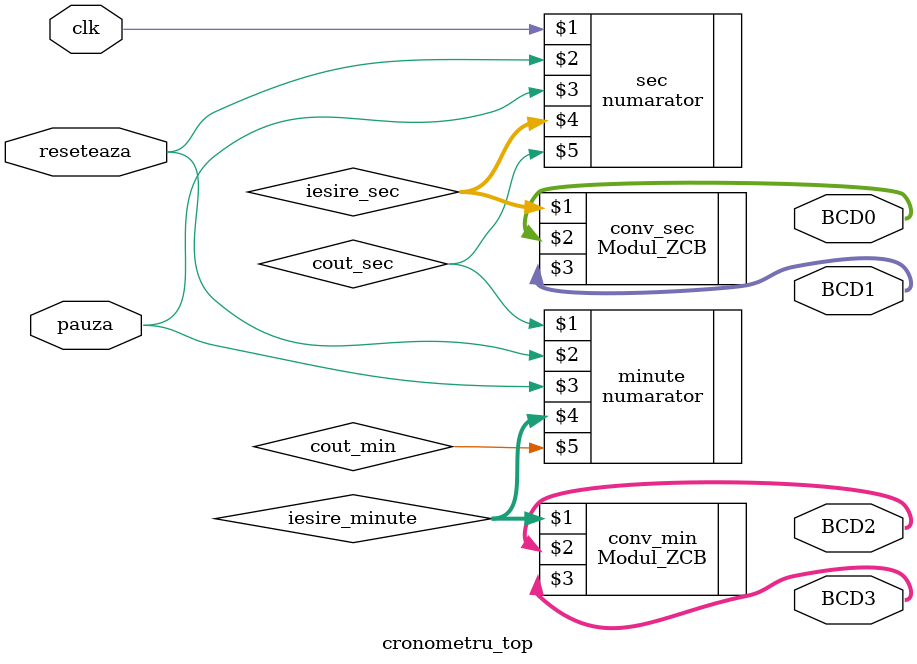
<source format=v>
`timescale 1ns / 1ps


module cronometru_top(clk, reseteaza, pauza, BCD0, BCD1, BCD2, BCD3);
input clk, reseteaza, pauza;
wire [5:0] iesire_sec, iesire_minute;
wire cout_sec, cout_min;
output [3:0] BCD0, BCD1, BCD2, BCD3;

numarator sec(clk, reseteaza, pauza, iesire_sec, cout_sec);
numarator minute(cout_sec, reseteaza, pauza, iesire_minute, cout_min);

Modul_ZCB conv_sec(iesire_sec, BCD0, BCD1);
Modul_ZCB conv_min(iesire_minute, BCD2, BCD3);
endmodule

</source>
